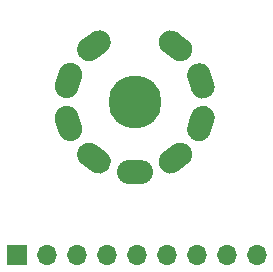
<source format=gbr>
%TF.GenerationSoftware,KiCad,Pcbnew,5.1.9-73d0e3b20d~88~ubuntu20.10.1*%
%TF.CreationDate,2021-02-23T00:56:54+01:00*%
%TF.ProjectId,valve-adapter-noval,76616c76-652d-4616-9461-707465722d6e,rev?*%
%TF.SameCoordinates,Original*%
%TF.FileFunction,Soldermask,Top*%
%TF.FilePolarity,Negative*%
%FSLAX46Y46*%
G04 Gerber Fmt 4.6, Leading zero omitted, Abs format (unit mm)*
G04 Created by KiCad (PCBNEW 5.1.9-73d0e3b20d~88~ubuntu20.10.1) date 2021-02-23 00:56:54*
%MOMM*%
%LPD*%
G01*
G04 APERTURE LIST*
%ADD10C,4.500000*%
%ADD11O,3.050000X2.030000*%
%ADD12O,1.700000X1.700000*%
%ADD13R,1.700000X1.700000*%
G04 APERTURE END LIST*
D10*
%TO.C,U1*%
X163000000Y-102000000D03*
G36*
G01*
X166644003Y-96129078D02*
X167469201Y-96728618D01*
G75*
G02*
X167693751Y-98146372I-596602J-821152D01*
G01*
X167693751Y-98146372D01*
G75*
G02*
X166275997Y-98370922I-821152J596602D01*
G01*
X165450799Y-97771382D01*
G75*
G02*
X165226249Y-96353628I596602J821152D01*
G01*
X165226249Y-96353628D01*
G75*
G02*
X166644003Y-96129078I821152J-596602D01*
G01*
G37*
G36*
G01*
X169417723Y-99421309D02*
X169732921Y-100391387D01*
G75*
G02*
X169081251Y-101670361I-965322J-313652D01*
G01*
X169081251Y-101670361D01*
G75*
G02*
X167802277Y-101018691I-313652J965322D01*
G01*
X167487079Y-100048613D01*
G75*
G02*
X168138749Y-98769639I965322J313652D01*
G01*
X168138749Y-98769639D01*
G75*
G02*
X169417723Y-99421309I313652J-965322D01*
G01*
G37*
G36*
G01*
X169732921Y-103658613D02*
X169417723Y-104628691D01*
G75*
G02*
X168138749Y-105280361I-965322J313652D01*
G01*
X168138749Y-105280361D01*
G75*
G02*
X167487079Y-104001387I313652J965322D01*
G01*
X167802277Y-103031309D01*
G75*
G02*
X169081251Y-102379639I965322J-313652D01*
G01*
X169081251Y-102379639D01*
G75*
G02*
X169732921Y-103658613I-313652J-965322D01*
G01*
G37*
G36*
G01*
X167469201Y-107281382D02*
X166644003Y-107880922D01*
G75*
G02*
X165226249Y-107656372I-596602J821152D01*
G01*
X165226249Y-107656372D01*
G75*
G02*
X165450799Y-106238618I821152J596602D01*
G01*
X166275997Y-105639078D01*
G75*
G02*
X167693751Y-105863628I596602J-821152D01*
G01*
X167693751Y-105863628D01*
G75*
G02*
X167469201Y-107281382I-821152J-596602D01*
G01*
G37*
D11*
X163000000Y-107900000D03*
G36*
G01*
X159734003Y-105639078D02*
X160559201Y-106238618D01*
G75*
G02*
X160783751Y-107656372I-596602J-821152D01*
G01*
X160783751Y-107656372D01*
G75*
G02*
X159365997Y-107880922I-821152J596602D01*
G01*
X158540799Y-107281382D01*
G75*
G02*
X158316249Y-105863628I596602J821152D01*
G01*
X158316249Y-105863628D01*
G75*
G02*
X159734003Y-105639078I821152J-596602D01*
G01*
G37*
G36*
G01*
X158207723Y-103031309D02*
X158522921Y-104001387D01*
G75*
G02*
X157871251Y-105280361I-965322J-313652D01*
G01*
X157871251Y-105280361D01*
G75*
G02*
X156592277Y-104628691I-313652J965322D01*
G01*
X156277079Y-103658613D01*
G75*
G02*
X156928749Y-102379639I965322J313652D01*
G01*
X156928749Y-102379639D01*
G75*
G02*
X158207723Y-103031309I313652J-965322D01*
G01*
G37*
G36*
G01*
X158522921Y-100008613D02*
X158207723Y-100978691D01*
G75*
G02*
X156928749Y-101630361I-965322J313652D01*
G01*
X156928749Y-101630361D01*
G75*
G02*
X156277079Y-100351387I313652J965322D01*
G01*
X156592277Y-99381309D01*
G75*
G02*
X157871251Y-98729639I965322J-313652D01*
G01*
X157871251Y-98729639D01*
G75*
G02*
X158522921Y-100008613I-313652J-965322D01*
G01*
G37*
G36*
G01*
X160559201Y-97771382D02*
X159734003Y-98370922D01*
G75*
G02*
X158316249Y-98146372I-596602J821152D01*
G01*
X158316249Y-98146372D01*
G75*
G02*
X158540799Y-96728618I821152J596602D01*
G01*
X159365997Y-96129078D01*
G75*
G02*
X160783751Y-96353628I596602J-821152D01*
G01*
X160783751Y-96353628D01*
G75*
G02*
X160559201Y-97771382I-821152J-596602D01*
G01*
G37*
%TD*%
D12*
%TO.C,J1*%
X173320000Y-115000000D03*
X170780000Y-115000000D03*
X168240000Y-115000000D03*
X165700000Y-115000000D03*
X163160000Y-115000000D03*
X160620000Y-115000000D03*
X158080000Y-115000000D03*
X155540000Y-115000000D03*
D13*
X153000000Y-115000000D03*
%TD*%
M02*

</source>
